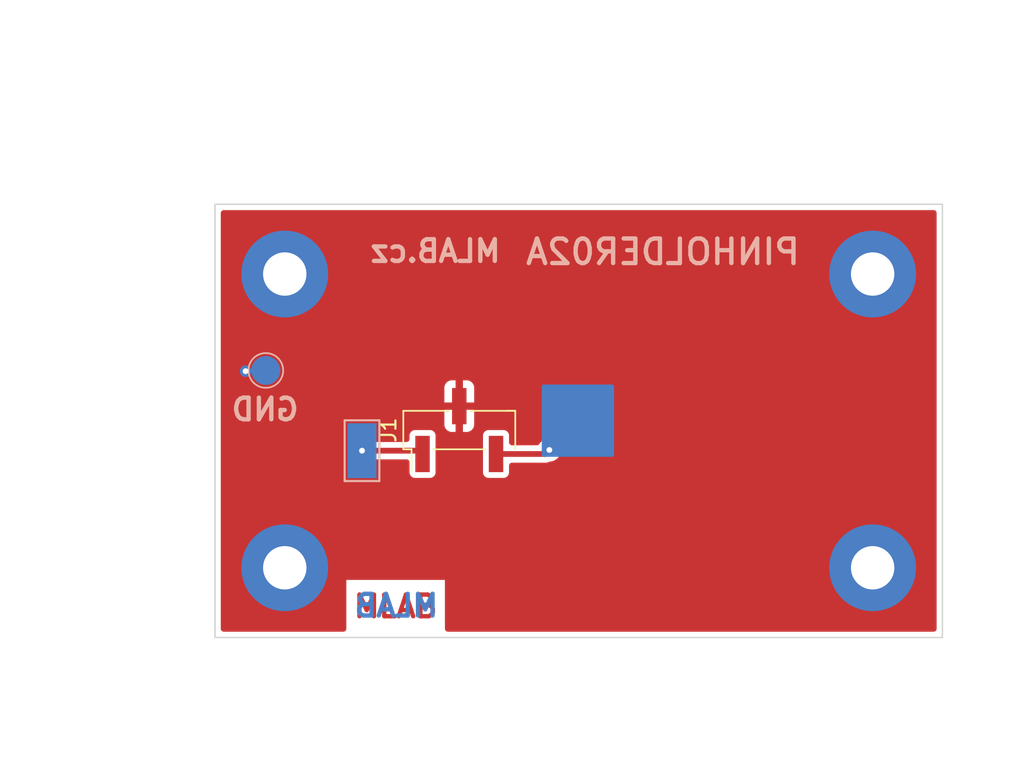
<source format=kicad_pcb>
(kicad_pcb (version 20211014) (generator pcbnew)
  (title_block (title "PINHOLDER02A") (date "2023-04-12") (rev "02A") (company "www.mlab.cz"))
  (layers (0 "F.Cu" signal) (31 "B.Cu" signal) (34 "B.Paste" user) (35 "F.Paste" user) (36 "B.SilkS" user "B.Silkscreen") (37 "F.SilkS" user "F.Silkscreen") (38 "B.Mask" user) (39 "F.Mask" user) (44 "Edge.Cuts" user))
  (net 0 "")
  (net 1 "/circle_0")
  (net 2 "GND")
  (net 3 "Net-(J1-Pad1)")
  (footprint "Mlab_Mechanical:MountingHole_3mm" (layer "F.Cu") (at 149.61 76.48)
    (fp_text reference "M3" hide)
    (fp_text value "HOLE" hide)
    (pad "1" thru_hole circle (at 0 0) (size 6 6) (drill 3) (layers *.Cu *.Mask) (net 2 "GND") (clearance 1))
  )
  (footprint "Mlab_Mechanical:MountingHole_3mm" (layer "F.Cu") (at 190.25 76.48)
    (fp_text reference "M2" hide)
    (fp_text value "HOLE" hide)
    (pad "1" thru_hole circle (at 0 0) (size 6 6) (drill 3) (layers *.Cu *.Mask) (net 2 "GND") (clearance 1))
  )
  (footprint "Connector_PinHeader_2.54mm:PinHeader_1x03_P2.54mm_Vertical_SMD_Pin1Left" (layer "F.Cu") (at 161.674 87.274 90)
    (fp_text reference "J1" (at 0 -4.87 90) (layer "F.SilkS"))
    (fp_text value "HEADER_1x03")
    (fp_line (start -1.33 3.87) (end 1.33 3.87) (layer "F.SilkS") (width 0.12))
    (fp_line (start -1.33 -1.78) (end -1.33 1.78) (layer "F.SilkS") (width 0.12))
    (fp_line (start -1.33 -3.87) (end 1.33 -3.87) (layer "F.SilkS") (width 0.12))
    (fp_line (start -1.33 -3.87) (end -1.33 -3.3) (layer "F.SilkS") (width 0.12))
    (fp_line (start 1.33 0.76) (end 1.33 3.87) (layer "F.SilkS") (width 0.12))
    (fp_line (start 1.33 3.3) (end 1.33 3.87) (layer "F.SilkS") (width 0.12))
    (fp_line (start -1.33 -3.3) (end -2.85 -3.3) (layer "F.SilkS") (width 0.12))
    (fp_line (start 1.33 -3.87) (end 1.33 -0.76) (layer "F.SilkS") (width 0.12))
    (pad "1" smd rect locked (at -1.655 -2.54 90) (size 2.51 1) (layers "F.Cu" "F.Paste" "F.Mask") (net 3 "Net-(J1-Pad1)"))
    (pad "2" smd rect locked (at 1.655 0 90) (size 2.51 1) (layers "F.Cu" "F.Paste" "F.Mask") (net 2 "GND"))
    (pad "3" smd rect locked (at -1.655 2.54 90) (size 2.51 1) (layers "F.Cu" "F.Paste" "F.Mask") (net 1 "/circle_0"))
  )
  (footprint "Mlab_Mechanical:MountingHole_3mm" (layer "F.Cu") (at 149.61 96.8)
    (fp_text reference "M4" hide)
    (fp_text value "HOLE" hide)
    (pad "1" thru_hole circle (at 0 0) (size 6 6) (drill 3) (layers *.Cu *.Mask) (net 2 "GND") (clearance 1))
  )
  (footprint "Mlab_Mechanical:MountingHole_3mm" (layer "F.Cu") (at 190.25 96.8)
    (fp_text reference "M1" hide)
    (fp_text value "HOLE" hide)
    (pad "1" thru_hole circle (at 0 0) (size 6 6) (drill 3) (layers *.Cu *.Mask) (net 2 "GND") (clearance 1))
  )
  (footprint "TestPoint:TestPoint_Pad_D2.0mm" (layer "B.Cu") (at 148.3 83.15 180)
    (property "Value" "TestPoint")
    (fp_text reference "TP3" hide)
    (fp_text value "TestPoint")
    (fp_circle (center 0 0) (end 0 -1.2) (layer "B.SilkS") (width 0.12) (fill none))
    (pad "1" smd circle (at 0 0 180) (size 2 2) (layers "B.Cu" "B.Mask") (net 2 "GND"))
  )
  (footprint "Mlab_CON:TestPoint_Pad_D0.5mm_noSilk" (layer "B.Cu") (at 167.9 84.65 180)
    (property "Value" "TestPoint")
    (fp_text reference "TP1" hide)
    (fp_text value "TestPoint" hide)
    (pad "1" smd circle (at 0 0 180) (size 0.5099 0.5099) (layers "B.Cu" "B.Mask") (net 1 "/circle_0"))
  )
  (footprint "TestPoint:TestPoint_Keystone_5019_Minature" (layer "B.Cu") (at 154.95 88.7 90)
    (property "Value" "TestPoint")
    (fp_text reference "TP2" hide)
    (fp_text value "TestPoint" hide)
    (fp_line (start -2.1 1.2) (end 2.1 1.2) (layer "B.SilkS") (width 0.15))
    (fp_line (start -2.1 -1.2) (end -2.1 1.2) (layer "B.SilkS") (width 0.15))
    (fp_line (start 2.1 1.2) (end 2.1 -1.2) (layer "B.SilkS") (width 0.15))
    (fp_line (start 2.1 -1.2) (end -2.1 -1.2) (layer "B.SilkS") (width 0.15))
    (pad "1" smd rect (at 0 0 90) (size 3.8 2) (layers "B.Cu" "B.Paste" "B.Mask") (net 3 "Net-(J1-Pad1)"))
  )
  (gr_line (start 144.786 101.624) (end 195.074 101.624) (layer "Edge.Cuts") (width 0.1))
  (gr_line (start 144.786 71.656) (end 195.074 71.656) (layer "Edge.Cuts") (width 0.1))
  (gr_line (start 195.074 71.656) (end 195.074 101.624) (layer "Edge.Cuts") (width 0.1))
  (gr_line (start 144.786 101.624) (end 144.786 71.656) (layer "Edge.Cuts") (width 0.1))
  (gr_text "MLAB" (at 157.274 99.474) (layer "F.Cu") (effects (font (size 1.5 1.5) (thickness 0.3))))
  (gr_text "MLAB" (at 157.324 99.424) (layer "B.Cu") (effects (font (size 1.5 1.5) (thickness 0.3)) (justify mirror)))
  (gr_text "PINHOLDER02A" (at 175.75 74.95) (layer "B.SilkS") (effects (font (size 1.7 1.7) (thickness 0.3)) (justify mirror)))
  (gr_text "GND" (at 148.25 85.85) (layer "B.SilkS") (effects (font (size 1.5 1.5) (thickness 0.3)) (justify mirror)))
  (gr_text "MLAB.cz" (at 160.024 74.8925) (layer "B.SilkS") (effects (font (size 1.5 1.5) (thickness 0.3)) (justify mirror)))
  (segment (start 164.214 88.929) (end 167.621 88.929) (width 0.4) (layer "F.Cu") (net 1))
  (segment (start 167.621 88.929) (end 167.9 88.65) (width 0.4) (layer "F.Cu") (net 1))
  (via (at 167.9 88.65) (size 0.8) (drill 0.4) (layers "F.Cu" "B.Cu") (net 1))
  (via (at 146.9 83.2) (size 0.8) (drill 0.4) (layers "F.Cu" "B.Cu") (net 2))
  (segment (start 146.9 83.2) (end 146.95 83.15) (width 0.25) (layer "B.Cu") (net 2))
  (segment (start 146.95 83.15) (end 148.3 83.15) (width 0.25) (layer "B.Cu") (net 2))
  (segment (start 158.905 88.7) (end 159.134 88.929) (width 0.4) (layer "F.Cu") (net 3))
  (segment (start 154.95 88.7) (end 158.905 88.7) (width 0.4) (layer "F.Cu") (net 3))
  (via (at 154.95 88.7) (size 0.8) (drill 0.4) (layers "F.Cu" "B.Cu") (net 3))
  (zone (net 2) (net_name "GND") (layer "F.Cu") (connect_pads (clearance 0.4)) (min_thickness 0.4) (fill yes (thermal_gap 0.53) (thermal_bridge_width 0.508))
    (polygon (pts (xy 199.224 110.524) (xy 129.924 110.524) (xy 129.924 57.524) (xy 199.224 57.524)))
  )
  (zone (net 1) (net_name "/circle_0") (layer "B.Cu") (name "circle_0") (priority 10) (connect_pads yes (clearance 0.508)) (min_thickness 0.254) (fill yes (thermal_gap 0.508) (thermal_bridge_width 0.508))
    (polygon (pts (xy 172.374 84.124) (xy 172.374 89.124) (xy 167.374 89.124) (xy 167.374 84.124)))
  )
)
</source>
